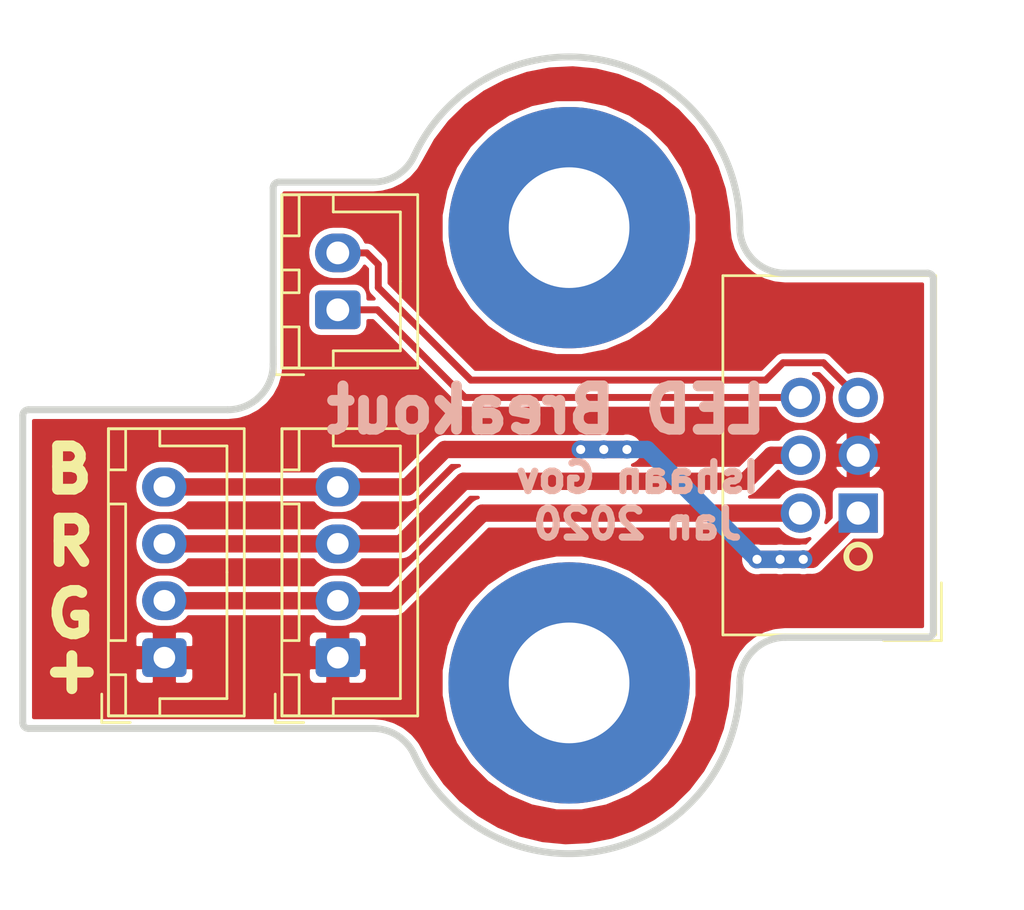
<source format=kicad_pcb>
(kicad_pcb (version 20171130) (host pcbnew "(5.1.4)-1")

  (general
    (thickness 1.6)
    (drawings 27)
    (tracks 40)
    (zones 0)
    (modules 6)
    (nets 7)
  )

  (page A4)
  (layers
    (0 F.Cu signal)
    (31 B.Cu signal)
    (32 B.Adhes user)
    (33 F.Adhes user)
    (34 B.Paste user)
    (35 F.Paste user)
    (36 B.SilkS user)
    (37 F.SilkS user)
    (38 B.Mask user)
    (39 F.Mask user)
    (40 Dwgs.User user)
    (41 Cmts.User user)
    (42 Eco1.User user)
    (43 Eco2.User user)
    (44 Edge.Cuts user)
    (45 Margin user)
    (46 B.CrtYd user)
    (47 F.CrtYd user)
    (48 B.Fab user)
    (49 F.Fab user)
  )

  (setup
    (last_trace_width 0.25)
    (user_trace_width 0.254)
    (user_trace_width 0.3048)
    (user_trace_width 0.381)
    (user_trace_width 0.4572)
    (user_trace_width 0.508)
    (user_trace_width 0.635)
    (user_trace_width 0.762)
    (user_trace_width 1.016)
    (user_trace_width 1.27)
    (trace_clearance 0.2)
    (zone_clearance 0.254)
    (zone_45_only no)
    (trace_min 0.127)
    (via_size 0.8)
    (via_drill 0.4)
    (via_min_size 0.635)
    (via_min_drill 0.3)
    (uvia_size 0.3)
    (uvia_drill 0.1)
    (uvias_allowed no)
    (uvia_min_size 0.2)
    (uvia_min_drill 0.1)
    (edge_width 0.05)
    (segment_width 0.2)
    (pcb_text_width 0.3)
    (pcb_text_size 1.5 1.5)
    (mod_edge_width 0.12)
    (mod_text_size 1 1)
    (mod_text_width 0.15)
    (pad_size 1.524 1.524)
    (pad_drill 0.762)
    (pad_to_mask_clearance 0.051)
    (solder_mask_min_width 0.25)
    (aux_axis_origin 149 105)
    (grid_origin 149 105)
    (visible_elements 7FFFFFFF)
    (pcbplotparams
      (layerselection 0x010fc_ffffffff)
      (usegerberextensions false)
      (usegerberattributes false)
      (usegerberadvancedattributes false)
      (creategerberjobfile false)
      (excludeedgelayer true)
      (linewidth 0.100000)
      (plotframeref false)
      (viasonmask false)
      (mode 1)
      (useauxorigin true)
      (hpglpennumber 1)
      (hpglpenspeed 20)
      (hpglpendiameter 15.000000)
      (psnegative false)
      (psa4output false)
      (plotreference false)
      (plotvalue false)
      (plotinvisibletext false)
      (padsonsilk false)
      (subtractmaskfromsilk true)
      (outputformat 1)
      (mirror false)
      (drillshape 0)
      (scaleselection 1)
      (outputdirectory "Strip Y-Stop Breakout - 3-27-1602/"))
  )

  (net 0 "")
  (net 1 "Net-(J1-Pad6)")
  (net 2 "Net-(J1-Pad5)")
  (net 3 /BLUE)
  (net 4 /12V)
  (net 5 /GREEN)
  (net 6 /RED)

  (net_class Default "This is the default net class."
    (clearance 0.2)
    (trace_width 0.25)
    (via_dia 0.8)
    (via_drill 0.4)
    (uvia_dia 0.3)
    (uvia_drill 0.1)
    (add_net /12V)
    (add_net /BLUE)
    (add_net /GREEN)
    (add_net /RED)
    (add_net "Net-(J1-Pad5)")
    (add_net "Net-(J1-Pad6)")
  )

  (module Connector_JST:JST_XH_B2B-XH-A_1x02_P2.50mm_Vertical (layer F.Cu) (tedit 5C28146C) (tstamp 5E2E3F8C)
    (at 138.84 98.61 90)
    (descr "JST XH series connector, B2B-XH-A (http://www.jst-mfg.com/product/pdf/eng/eXH.pdf), generated with kicad-footprint-generator")
    (tags "connector JST XH vertical")
    (path /5E2F3668)
    (fp_text reference J4 (at 1.25 -3.55 90) (layer F.SilkS) hide
      (effects (font (size 1 1) (thickness 0.15)))
    )
    (fp_text value Conn_01x02 (at 1.25 4.6 90) (layer F.Fab) hide
      (effects (font (size 1 1) (thickness 0.15)))
    )
    (fp_text user %R (at 1.25 2.7 90) (layer F.Fab) hide
      (effects (font (size 1 1) (thickness 0.15)))
    )
    (fp_line (start -2.85 -2.75) (end -2.85 -1.5) (layer F.SilkS) (width 0.12))
    (fp_line (start -1.6 -2.75) (end -2.85 -2.75) (layer F.SilkS) (width 0.12))
    (fp_line (start 4.3 2.75) (end 1.25 2.75) (layer F.SilkS) (width 0.12))
    (fp_line (start 4.3 -0.2) (end 4.3 2.75) (layer F.SilkS) (width 0.12))
    (fp_line (start 5.05 -0.2) (end 4.3 -0.2) (layer F.SilkS) (width 0.12))
    (fp_line (start -1.8 2.75) (end 1.25 2.75) (layer F.SilkS) (width 0.12))
    (fp_line (start -1.8 -0.2) (end -1.8 2.75) (layer F.SilkS) (width 0.12))
    (fp_line (start -2.55 -0.2) (end -1.8 -0.2) (layer F.SilkS) (width 0.12))
    (fp_line (start 5.05 -2.45) (end 3.25 -2.45) (layer F.SilkS) (width 0.12))
    (fp_line (start 5.05 -1.7) (end 5.05 -2.45) (layer F.SilkS) (width 0.12))
    (fp_line (start 3.25 -1.7) (end 5.05 -1.7) (layer F.SilkS) (width 0.12))
    (fp_line (start 3.25 -2.45) (end 3.25 -1.7) (layer F.SilkS) (width 0.12))
    (fp_line (start -0.75 -2.45) (end -2.55 -2.45) (layer F.SilkS) (width 0.12))
    (fp_line (start -0.75 -1.7) (end -0.75 -2.45) (layer F.SilkS) (width 0.12))
    (fp_line (start -2.55 -1.7) (end -0.75 -1.7) (layer F.SilkS) (width 0.12))
    (fp_line (start -2.55 -2.45) (end -2.55 -1.7) (layer F.SilkS) (width 0.12))
    (fp_line (start 1.75 -2.45) (end 0.75 -2.45) (layer F.SilkS) (width 0.12))
    (fp_line (start 1.75 -1.7) (end 1.75 -2.45) (layer F.SilkS) (width 0.12))
    (fp_line (start 0.75 -1.7) (end 1.75 -1.7) (layer F.SilkS) (width 0.12))
    (fp_line (start 0.75 -2.45) (end 0.75 -1.7) (layer F.SilkS) (width 0.12))
    (fp_line (start 0 -1.35) (end 0.625 -2.35) (layer F.Fab) (width 0.1))
    (fp_line (start -0.625 -2.35) (end 0 -1.35) (layer F.Fab) (width 0.1))
    (fp_line (start 5.45 -2.85) (end -2.95 -2.85) (layer F.CrtYd) (width 0.05))
    (fp_line (start 5.45 3.9) (end 5.45 -2.85) (layer F.CrtYd) (width 0.05))
    (fp_line (start -2.95 3.9) (end 5.45 3.9) (layer F.CrtYd) (width 0.05))
    (fp_line (start -2.95 -2.85) (end -2.95 3.9) (layer F.CrtYd) (width 0.05))
    (fp_line (start 5.06 -2.46) (end -2.56 -2.46) (layer F.SilkS) (width 0.12))
    (fp_line (start 5.06 3.51) (end 5.06 -2.46) (layer F.SilkS) (width 0.12))
    (fp_line (start -2.56 3.51) (end 5.06 3.51) (layer F.SilkS) (width 0.12))
    (fp_line (start -2.56 -2.46) (end -2.56 3.51) (layer F.SilkS) (width 0.12))
    (fp_line (start 4.95 -2.35) (end -2.45 -2.35) (layer F.Fab) (width 0.1))
    (fp_line (start 4.95 3.4) (end 4.95 -2.35) (layer F.Fab) (width 0.1))
    (fp_line (start -2.45 3.4) (end 4.95 3.4) (layer F.Fab) (width 0.1))
    (fp_line (start -2.45 -2.35) (end -2.45 3.4) (layer F.Fab) (width 0.1))
    (pad 2 thru_hole oval (at 2.5 0 90) (size 1.7 2) (drill 1) (layers *.Cu *.Mask)
      (net 2 "Net-(J1-Pad5)"))
    (pad 1 thru_hole roundrect (at 0 0 90) (size 1.7 2) (drill 1) (layers *.Cu *.Mask) (roundrect_rratio 0.147059)
      (net 1 "Net-(J1-Pad6)"))
    (model ${KISYS3DMOD}/Connector_JST.3dshapes/JST_XH_B2B-XH-A_1x02_P2.50mm_Vertical.wrl
      (at (xyz 0 0 0))
      (scale (xyz 1 1 1))
      (rotate (xyz 0 0 0))
    )
  )

  (module Connector_JST:JST_XH_B4B-XH-A_1x04_P2.50mm_Vertical (layer F.Cu) (tedit 5C28146C) (tstamp 5E2E5577)
    (at 138.84 113.89 90)
    (descr "JST XH series connector, B4B-XH-A (http://www.jst-mfg.com/product/pdf/eng/eXH.pdf), generated with kicad-footprint-generator")
    (tags "connector JST XH vertical")
    (path /5E2F284E)
    (fp_text reference J3 (at 3.75 -3.55 90) (layer F.SilkS) hide
      (effects (font (size 1 1) (thickness 0.15)))
    )
    (fp_text value Conn_01x04 (at 3.75 4.6 90) (layer F.Fab) hide
      (effects (font (size 1 1) (thickness 0.15)))
    )
    (fp_text user %R (at 3.75 2.7 90) (layer F.Fab) hide
      (effects (font (size 1 1) (thickness 0.15)))
    )
    (fp_line (start -2.85 -2.75) (end -2.85 -1.5) (layer F.SilkS) (width 0.12))
    (fp_line (start -1.6 -2.75) (end -2.85 -2.75) (layer F.SilkS) (width 0.12))
    (fp_line (start 9.3 2.75) (end 3.75 2.75) (layer F.SilkS) (width 0.12))
    (fp_line (start 9.3 -0.2) (end 9.3 2.75) (layer F.SilkS) (width 0.12))
    (fp_line (start 10.05 -0.2) (end 9.3 -0.2) (layer F.SilkS) (width 0.12))
    (fp_line (start -1.8 2.75) (end 3.75 2.75) (layer F.SilkS) (width 0.12))
    (fp_line (start -1.8 -0.2) (end -1.8 2.75) (layer F.SilkS) (width 0.12))
    (fp_line (start -2.55 -0.2) (end -1.8 -0.2) (layer F.SilkS) (width 0.12))
    (fp_line (start 10.05 -2.45) (end 8.25 -2.45) (layer F.SilkS) (width 0.12))
    (fp_line (start 10.05 -1.7) (end 10.05 -2.45) (layer F.SilkS) (width 0.12))
    (fp_line (start 8.25 -1.7) (end 10.05 -1.7) (layer F.SilkS) (width 0.12))
    (fp_line (start 8.25 -2.45) (end 8.25 -1.7) (layer F.SilkS) (width 0.12))
    (fp_line (start -0.75 -2.45) (end -2.55 -2.45) (layer F.SilkS) (width 0.12))
    (fp_line (start -0.75 -1.7) (end -0.75 -2.45) (layer F.SilkS) (width 0.12))
    (fp_line (start -2.55 -1.7) (end -0.75 -1.7) (layer F.SilkS) (width 0.12))
    (fp_line (start -2.55 -2.45) (end -2.55 -1.7) (layer F.SilkS) (width 0.12))
    (fp_line (start 6.75 -2.45) (end 0.75 -2.45) (layer F.SilkS) (width 0.12))
    (fp_line (start 6.75 -1.7) (end 6.75 -2.45) (layer F.SilkS) (width 0.12))
    (fp_line (start 0.75 -1.7) (end 6.75 -1.7) (layer F.SilkS) (width 0.12))
    (fp_line (start 0.75 -2.45) (end 0.75 -1.7) (layer F.SilkS) (width 0.12))
    (fp_line (start 0 -1.35) (end 0.625 -2.35) (layer F.Fab) (width 0.1))
    (fp_line (start -0.625 -2.35) (end 0 -1.35) (layer F.Fab) (width 0.1))
    (fp_line (start 10.45 -2.85) (end -2.95 -2.85) (layer F.CrtYd) (width 0.05))
    (fp_line (start 10.45 3.9) (end 10.45 -2.85) (layer F.CrtYd) (width 0.05))
    (fp_line (start -2.95 3.9) (end 10.45 3.9) (layer F.CrtYd) (width 0.05))
    (fp_line (start -2.95 -2.85) (end -2.95 3.9) (layer F.CrtYd) (width 0.05))
    (fp_line (start 10.06 -2.46) (end -2.56 -2.46) (layer F.SilkS) (width 0.12))
    (fp_line (start 10.06 3.51) (end 10.06 -2.46) (layer F.SilkS) (width 0.12))
    (fp_line (start -2.56 3.51) (end 10.06 3.51) (layer F.SilkS) (width 0.12))
    (fp_line (start -2.56 -2.46) (end -2.56 3.51) (layer F.SilkS) (width 0.12))
    (fp_line (start 9.95 -2.35) (end -2.45 -2.35) (layer F.Fab) (width 0.1))
    (fp_line (start 9.95 3.4) (end 9.95 -2.35) (layer F.Fab) (width 0.1))
    (fp_line (start -2.45 3.4) (end 9.95 3.4) (layer F.Fab) (width 0.1))
    (fp_line (start -2.45 -2.35) (end -2.45 3.4) (layer F.Fab) (width 0.1))
    (pad 4 thru_hole oval (at 7.5 0 90) (size 1.7 1.95) (drill 0.95) (layers *.Cu *.Mask)
      (net 3 /BLUE))
    (pad 3 thru_hole oval (at 5 0 90) (size 1.7 1.95) (drill 0.95) (layers *.Cu *.Mask)
      (net 6 /RED))
    (pad 2 thru_hole oval (at 2.5 0 90) (size 1.7 1.95) (drill 0.95) (layers *.Cu *.Mask)
      (net 5 /GREEN))
    (pad 1 thru_hole roundrect (at 0 0 90) (size 1.7 1.95) (drill 0.95) (layers *.Cu *.Mask) (roundrect_rratio 0.147059)
      (net 4 /12V))
    (model ${KISYS3DMOD}/Connector_JST.3dshapes/JST_XH_B4B-XH-A_1x04_P2.50mm_Vertical.wrl
      (at (xyz 0 0 0))
      (scale (xyz 1 1 1))
      (rotate (xyz 0 0 0))
    )
  )

  (module Connector_JST:JST_XH_B4B-XH-A_1x04_P2.50mm_Vertical (layer F.Cu) (tedit 5C28146C) (tstamp 5E2E3F38)
    (at 131.22 113.89 90)
    (descr "JST XH series connector, B4B-XH-A (http://www.jst-mfg.com/product/pdf/eng/eXH.pdf), generated with kicad-footprint-generator")
    (tags "connector JST XH vertical")
    (path /5E2F2FF5)
    (fp_text reference J2 (at 3.75 -3.55 90) (layer F.SilkS) hide
      (effects (font (size 1 1) (thickness 0.15)))
    )
    (fp_text value Conn_01x04 (at 3.75 4.6 90) (layer F.Fab) hide
      (effects (font (size 1 1) (thickness 0.15)))
    )
    (fp_text user %R (at 3.75 2.7 90) (layer F.Fab) hide
      (effects (font (size 1 1) (thickness 0.15)))
    )
    (fp_line (start -2.85 -2.75) (end -2.85 -1.5) (layer F.SilkS) (width 0.12))
    (fp_line (start -1.6 -2.75) (end -2.85 -2.75) (layer F.SilkS) (width 0.12))
    (fp_line (start 9.3 2.75) (end 3.75 2.75) (layer F.SilkS) (width 0.12))
    (fp_line (start 9.3 -0.2) (end 9.3 2.75) (layer F.SilkS) (width 0.12))
    (fp_line (start 10.05 -0.2) (end 9.3 -0.2) (layer F.SilkS) (width 0.12))
    (fp_line (start -1.8 2.75) (end 3.75 2.75) (layer F.SilkS) (width 0.12))
    (fp_line (start -1.8 -0.2) (end -1.8 2.75) (layer F.SilkS) (width 0.12))
    (fp_line (start -2.55 -0.2) (end -1.8 -0.2) (layer F.SilkS) (width 0.12))
    (fp_line (start 10.05 -2.45) (end 8.25 -2.45) (layer F.SilkS) (width 0.12))
    (fp_line (start 10.05 -1.7) (end 10.05 -2.45) (layer F.SilkS) (width 0.12))
    (fp_line (start 8.25 -1.7) (end 10.05 -1.7) (layer F.SilkS) (width 0.12))
    (fp_line (start 8.25 -2.45) (end 8.25 -1.7) (layer F.SilkS) (width 0.12))
    (fp_line (start -0.75 -2.45) (end -2.55 -2.45) (layer F.SilkS) (width 0.12))
    (fp_line (start -0.75 -1.7) (end -0.75 -2.45) (layer F.SilkS) (width 0.12))
    (fp_line (start -2.55 -1.7) (end -0.75 -1.7) (layer F.SilkS) (width 0.12))
    (fp_line (start -2.55 -2.45) (end -2.55 -1.7) (layer F.SilkS) (width 0.12))
    (fp_line (start 6.75 -2.45) (end 0.75 -2.45) (layer F.SilkS) (width 0.12))
    (fp_line (start 6.75 -1.7) (end 6.75 -2.45) (layer F.SilkS) (width 0.12))
    (fp_line (start 0.75 -1.7) (end 6.75 -1.7) (layer F.SilkS) (width 0.12))
    (fp_line (start 0.75 -2.45) (end 0.75 -1.7) (layer F.SilkS) (width 0.12))
    (fp_line (start 0 -1.35) (end 0.625 -2.35) (layer F.Fab) (width 0.1))
    (fp_line (start -0.625 -2.35) (end 0 -1.35) (layer F.Fab) (width 0.1))
    (fp_line (start 10.45 -2.85) (end -2.95 -2.85) (layer F.CrtYd) (width 0.05))
    (fp_line (start 10.45 3.9) (end 10.45 -2.85) (layer F.CrtYd) (width 0.05))
    (fp_line (start -2.95 3.9) (end 10.45 3.9) (layer F.CrtYd) (width 0.05))
    (fp_line (start -2.95 -2.85) (end -2.95 3.9) (layer F.CrtYd) (width 0.05))
    (fp_line (start 10.06 -2.46) (end -2.56 -2.46) (layer F.SilkS) (width 0.12))
    (fp_line (start 10.06 3.51) (end 10.06 -2.46) (layer F.SilkS) (width 0.12))
    (fp_line (start -2.56 3.51) (end 10.06 3.51) (layer F.SilkS) (width 0.12))
    (fp_line (start -2.56 -2.46) (end -2.56 3.51) (layer F.SilkS) (width 0.12))
    (fp_line (start 9.95 -2.35) (end -2.45 -2.35) (layer F.Fab) (width 0.1))
    (fp_line (start 9.95 3.4) (end 9.95 -2.35) (layer F.Fab) (width 0.1))
    (fp_line (start -2.45 3.4) (end 9.95 3.4) (layer F.Fab) (width 0.1))
    (fp_line (start -2.45 -2.35) (end -2.45 3.4) (layer F.Fab) (width 0.1))
    (pad 4 thru_hole oval (at 7.5 0 90) (size 1.7 1.95) (drill 0.95) (layers *.Cu *.Mask)
      (net 3 /BLUE))
    (pad 3 thru_hole oval (at 5 0 90) (size 1.7 1.95) (drill 0.95) (layers *.Cu *.Mask)
      (net 6 /RED))
    (pad 2 thru_hole oval (at 2.5 0 90) (size 1.7 1.95) (drill 0.95) (layers *.Cu *.Mask)
      (net 5 /GREEN))
    (pad 1 thru_hole roundrect (at 0 0 90) (size 1.7 1.95) (drill 0.95) (layers *.Cu *.Mask) (roundrect_rratio 0.147059)
      (net 4 /12V))
    (model ${KISYS3DMOD}/Connector_JST.3dshapes/JST_XH_B4B-XH-A_1x04_P2.50mm_Vertical.wrl
      (at (xyz 0 0 0))
      (scale (xyz 1 1 1))
      (rotate (xyz 0 0 0))
    )
  )

  (module Connector_IDC:IDC-Header_2x03_P2.54mm_Vertical (layer F.Cu) (tedit 59DE0819) (tstamp 5E2E4249)
    (at 161.7 107.54 180)
    (descr "Through hole straight IDC box header, 2x03, 2.54mm pitch, double rows")
    (tags "Through hole IDC box header THT 2x03 2.54mm double row")
    (path /5E2F2738)
    (fp_text reference J1 (at 1.27 -6.604) (layer F.SilkS) hide
      (effects (font (size 1 1) (thickness 0.15)))
    )
    (fp_text value Conn_02x03_Odd_Even (at 1.27 11.684) (layer F.Fab) hide
      (effects (font (size 1 1) (thickness 0.15)))
    )
    (fp_line (start -3.655 -5.6) (end -1.115 -5.6) (layer F.SilkS) (width 0.12))
    (fp_line (start -3.655 -5.6) (end -3.655 -3.06) (layer F.SilkS) (width 0.12))
    (fp_line (start -3.405 -5.35) (end 5.945 -5.35) (layer F.SilkS) (width 0.12))
    (fp_line (start -3.405 10.43) (end -3.405 -5.35) (layer F.SilkS) (width 0.12))
    (fp_line (start 5.945 10.43) (end -3.405 10.43) (layer F.SilkS) (width 0.12))
    (fp_line (start 5.945 -5.35) (end 5.945 10.43) (layer F.SilkS) (width 0.12))
    (fp_line (start -3.41 -5.35) (end 5.95 -5.35) (layer F.CrtYd) (width 0.05))
    (fp_line (start -3.41 10.43) (end -3.41 -5.35) (layer F.CrtYd) (width 0.05))
    (fp_line (start 5.95 10.43) (end -3.41 10.43) (layer F.CrtYd) (width 0.05))
    (fp_line (start 5.95 -5.35) (end 5.95 10.43) (layer F.CrtYd) (width 0.05))
    (fp_line (start -3.155 10.18) (end -2.605 9.62) (layer F.Fab) (width 0.1))
    (fp_line (start -3.155 -5.1) (end -2.605 -4.56) (layer F.Fab) (width 0.1))
    (fp_line (start 5.695 10.18) (end 5.145 9.62) (layer F.Fab) (width 0.1))
    (fp_line (start 5.695 -5.1) (end 5.145 -4.56) (layer F.Fab) (width 0.1))
    (fp_line (start 5.145 9.62) (end -2.605 9.62) (layer F.Fab) (width 0.1))
    (fp_line (start 5.695 10.18) (end -3.155 10.18) (layer F.Fab) (width 0.1))
    (fp_line (start 5.145 -4.56) (end -2.605 -4.56) (layer F.Fab) (width 0.1))
    (fp_line (start 5.695 -5.1) (end -3.155 -5.1) (layer F.Fab) (width 0.1))
    (fp_line (start -2.605 4.79) (end -3.155 4.79) (layer F.Fab) (width 0.1))
    (fp_line (start -2.605 0.29) (end -3.155 0.29) (layer F.Fab) (width 0.1))
    (fp_line (start -2.605 4.79) (end -2.605 9.62) (layer F.Fab) (width 0.1))
    (fp_line (start -2.605 -4.56) (end -2.605 0.29) (layer F.Fab) (width 0.1))
    (fp_line (start -3.155 -5.1) (end -3.155 10.18) (layer F.Fab) (width 0.1))
    (fp_line (start 5.145 -4.56) (end 5.145 9.62) (layer F.Fab) (width 0.1))
    (fp_line (start 5.695 -5.1) (end 5.695 10.18) (layer F.Fab) (width 0.1))
    (fp_text user %R (at 1.27 2.54) (layer F.Fab) hide
      (effects (font (size 1 1) (thickness 0.15)))
    )
    (pad 6 thru_hole oval (at 2.54 5.08 180) (size 1.7272 1.7272) (drill 1.016) (layers *.Cu *.Mask)
      (net 1 "Net-(J1-Pad6)"))
    (pad 5 thru_hole oval (at 0 5.08 180) (size 1.7272 1.7272) (drill 1.016) (layers *.Cu *.Mask)
      (net 2 "Net-(J1-Pad5)"))
    (pad 4 thru_hole oval (at 2.54 2.54 180) (size 1.7272 1.7272) (drill 1.016) (layers *.Cu *.Mask)
      (net 6 /RED))
    (pad 3 thru_hole oval (at 0 2.54 180) (size 1.7272 1.7272) (drill 1.016) (layers *.Cu *.Mask)
      (net 4 /12V))
    (pad 2 thru_hole oval (at 2.54 0 180) (size 1.7272 1.7272) (drill 1.016) (layers *.Cu *.Mask)
      (net 5 /GREEN))
    (pad 1 thru_hole rect (at 0 0 180) (size 1.7272 1.7272) (drill 1.016) (layers *.Cu *.Mask)
      (net 3 /BLUE))
    (model ${KISYS3DMOD}/Connector_IDC.3dshapes/IDC-Header_2x03_P2.54mm_Vertical.wrl
      (at (xyz 0 0 0))
      (scale (xyz 1 1 1))
      (rotate (xyz 0 0 0))
    )
  )

  (module MountingHole:MountingHole_5.3mm_M5_Pad (layer F.Cu) (tedit 56D1B4CB) (tstamp 5E2E3EE9)
    (at 149 115)
    (descr "Mounting Hole 5.3mm, M5")
    (tags "mounting hole 5.3mm m5")
    (path /5E2F4358)
    (attr virtual)
    (fp_text reference H2 (at 0 -6.3) (layer F.SilkS) hide
      (effects (font (size 1 1) (thickness 0.15)))
    )
    (fp_text value MountingHole (at 0 6.3) (layer F.Fab) hide
      (effects (font (size 1 1) (thickness 0.15)))
    )
    (fp_circle (center 0 0) (end 5.55 0) (layer F.CrtYd) (width 0.05))
    (fp_circle (center 0 0) (end 5.3 0) (layer Cmts.User) (width 0.15))
    (fp_text user %R (at 0.3 0) (layer F.Fab) hide
      (effects (font (size 1 1) (thickness 0.15)))
    )
    (pad 1 thru_hole circle (at 0 0) (size 10.6 10.6) (drill 5.3) (layers *.Cu *.Mask))
  )

  (module MountingHole:MountingHole_5.3mm_M5_Pad (layer F.Cu) (tedit 56D1B4CB) (tstamp 5E2E3EE1)
    (at 149 95 180)
    (descr "Mounting Hole 5.3mm, M5")
    (tags "mounting hole 5.3mm m5")
    (path /5E2F3DC9)
    (attr virtual)
    (fp_text reference H1 (at 0 -6.3) (layer F.SilkS) hide
      (effects (font (size 1 1) (thickness 0.15)))
    )
    (fp_text value MountingHole (at 0 6.3) (layer F.Fab) hide
      (effects (font (size 1 1) (thickness 0.15)))
    )
    (fp_circle (center 0 0) (end 5.55 0) (layer F.CrtYd) (width 0.05))
    (fp_circle (center 0 0) (end 5.3 0) (layer Cmts.User) (width 0.15))
    (fp_text user %R (at 0.3 0) (layer F.Fab) hide
      (effects (font (size 1 1) (thickness 0.15)))
    )
    (pad 1 thru_hole circle (at 0 0 180) (size 10.6 10.6) (drill 5.3) (layers *.Cu *.Mask))
  )

  (gr_text "Ishaan Gov\nJan 2020" (at 152 107) (layer B.SilkS)
    (effects (font (size 1.27 1.27) (thickness 0.3175)) (justify mirror))
  )
  (gr_text "LED Breakout" (at 148 103) (layer B.SilkS)
    (effects (font (size 1.905 1.905) (thickness 0.47625)) (justify mirror))
  )
  (gr_circle (center 161.7 109.445) (end 162.208 109.572) (layer F.SilkS) (width 0.254))
  (gr_text + (at 127.156 114.398) (layer F.SilkS)
    (effects (font (size 1.905 1.905) (thickness 0.47625)))
  )
  (gr_text R (at 127.0925 108.81) (layer F.SilkS)
    (effects (font (size 1.905 1.905) (thickness 0.47625)))
  )
  (gr_text G (at 127.0925 111.985) (layer F.SilkS)
    (effects (font (size 1.905 1.905) (thickness 0.47625)))
  )
  (gr_text B (at 127.029 105.635) (layer F.SilkS)
    (effects (font (size 1.905 1.905) (thickness 0.47625)))
  )
  (gr_arc (start 140.383157 119) (end 142.197229 118.157894) (angle -65.09893763) (layer Edge.Cuts) (width 0.304799))
  (gr_arc (start 149 115) (end 142.197229 118.157894) (angle -155.0989376) (layer Edge.Cuts) (width 0.304799))
  (gr_arc (start 125.25 116.75) (end 125 116.75) (angle -90) (layer Edge.Cuts) (width 0.304799))
  (gr_line (start 140.383157 117) (end 125.25 117) (layer Edge.Cuts) (width 0.304799))
  (gr_line (start 125.25 103.000001) (end 134 103.000001) (layer Edge.Cuts) (width 0.304799))
  (gr_arc (start 125.25 103.250001) (end 125.25 103.000001) (angle -90) (layer Edge.Cuts) (width 0.304799))
  (gr_line (start 125 116.75) (end 125 103.250001) (layer Edge.Cuts) (width 0.304799))
  (gr_line (start 136 101.000001) (end 136 93.25) (layer Edge.Cuts) (width 0.304799))
  (gr_arc (start 134 101.000001) (end 134 103.000001) (angle -90) (layer Edge.Cuts) (width 0.304799))
  (gr_arc (start 164.749999 112.75) (end 164.75 112.999999) (angle -90) (layer Edge.Cuts) (width 0.304799))
  (gr_arc (start 164.749999 97.25) (end 164.999999 97.25) (angle -90) (layer Edge.Cuts) (width 0.304799))
  (gr_line (start 158.5 97) (end 164.75 97) (layer Edge.Cuts) (width 0.304799))
  (gr_arc (start 158.5 95) (end 156.5 95) (angle -90) (layer Edge.Cuts) (width 0.304799))
  (gr_arc (start 149 95) (end 156.5 95) (angle -155.1) (layer Edge.Cuts) (width 0.304799))
  (gr_line (start 136.25 93) (end 140.383157 93) (layer Edge.Cuts) (width 0.304799))
  (gr_arc (start 136.25 93.25) (end 136.25 93) (angle -90) (layer Edge.Cuts) (width 0.304799))
  (gr_line (start 164.999999 97.25) (end 164.999999 112.749999) (layer Edge.Cuts) (width 0.304799))
  (gr_arc (start 140.383157 91.000001) (end 140.383157 93) (angle -65.09893763) (layer Edge.Cuts) (width 0.304799))
  (gr_arc (start 158.5 115) (end 158.5 112.999999) (angle -90) (layer Edge.Cuts) (width 0.304799))
  (gr_line (start 164.75 112.999999) (end 158.5 112.999999) (layer Edge.Cuts) (width 0.304799))

  (segment (start 140.578 98.61) (end 138.84 98.61) (width 0.3048) (layer F.Cu) (net 1))
  (segment (start 159.16 102.46) (end 144.428 102.46) (width 0.3048) (layer F.Cu) (net 1))
  (segment (start 144.428 102.46) (end 140.578 98.61) (width 0.3048) (layer F.Cu) (net 1))
  (segment (start 161.7 102.46) (end 160.176 100.936) (width 0.3048) (layer F.Cu) (net 2))
  (segment (start 160.176 100.936) (end 158.398 100.936) (width 0.3048) (layer F.Cu) (net 2))
  (segment (start 158.398 100.936) (end 157.636 101.698) (width 0.3048) (layer F.Cu) (net 2))
  (segment (start 157.636 101.698) (end 144.682 101.698) (width 0.3048) (layer F.Cu) (net 2))
  (segment (start 144.682 101.698) (end 140.618 97.634) (width 0.3048) (layer F.Cu) (net 2))
  (segment (start 140.618 97.634) (end 140.618 96.618) (width 0.3048) (layer F.Cu) (net 2))
  (segment (start 140.618 96.618) (end 140.11 96.11) (width 0.3048) (layer F.Cu) (net 2))
  (segment (start 140.11 96.11) (end 138.84 96.11) (width 0.3048) (layer F.Cu) (net 2))
  (segment (start 131.22 106.39) (end 138.84 106.39) (width 0.762) (layer F.Cu) (net 3))
  (segment (start 159.668 109.572) (end 161.7 107.54) (width 0.762) (layer F.Cu) (net 3))
  (via (at 157.255 109.572) (size 0.8) (drill 0.4) (layers F.Cu B.Cu) (net 3))
  (segment (start 157.255 109.572) (end 158.271 109.572) (width 0.762) (layer F.Cu) (net 3))
  (segment (start 158.271 109.572) (end 159.287 109.572) (width 0.762) (layer F.Cu) (net 3) (tstamp 5E994205))
  (via (at 158.271 109.572) (size 0.8) (drill 0.4) (layers F.Cu B.Cu) (net 3))
  (segment (start 159.287 109.572) (end 159.668 109.572) (width 0.762) (layer F.Cu) (net 3) (tstamp 5E994207))
  (via (at 159.287 109.572) (size 0.8) (drill 0.4) (layers F.Cu B.Cu) (net 3))
  (segment (start 159.287 109.572) (end 157.255 109.572) (width 0.762) (layer B.Cu) (net 3))
  (segment (start 157.255 109.572) (end 152.429 104.746) (width 0.762) (layer B.Cu) (net 3))
  (segment (start 152.429 104.746) (end 151.286 104.746) (width 0.762) (layer B.Cu) (net 3))
  (via (at 149.508 104.746) (size 0.8) (drill 0.4) (layers F.Cu B.Cu) (net 3))
  (segment (start 150.397 104.746) (end 149.508 104.746) (width 0.762) (layer B.Cu) (net 3) (tstamp 5E99420F))
  (via (at 150.524 104.746) (size 0.8) (drill 0.4) (layers F.Cu B.Cu) (net 3))
  (segment (start 151.286 104.746) (end 150.397 104.746) (width 0.762) (layer B.Cu) (net 3) (tstamp 5E994211))
  (via (at 151.54 104.746) (size 0.8) (drill 0.4) (layers F.Cu B.Cu) (net 3))
  (segment (start 141.895 106.39) (end 138.84 106.39) (width 0.762) (layer F.Cu) (net 3))
  (segment (start 151.54 104.746) (end 143.539 104.746) (width 0.762) (layer F.Cu) (net 3))
  (segment (start 143.539 104.746) (end 141.895 106.39) (width 0.762) (layer F.Cu) (net 3))
  (segment (start 138.84 111.39) (end 131.22 111.39) (width 0.762) (layer F.Cu) (net 5))
  (segment (start 159.16 107.54) (end 145.19 107.54) (width 0.762) (layer F.Cu) (net 5))
  (segment (start 141.34 111.39) (end 138.84 111.39) (width 0.762) (layer F.Cu) (net 5))
  (segment (start 145.19 107.54) (end 141.34 111.39) (width 0.762) (layer F.Cu) (net 5))
  (segment (start 138.84 108.89) (end 131.22 108.89) (width 0.762) (layer F.Cu) (net 6))
  (segment (start 141.6175 108.89) (end 138.84 108.89) (width 0.762) (layer F.Cu) (net 6))
  (segment (start 144.3645 106.143) (end 141.6175 108.89) (width 0.762) (layer F.Cu) (net 6))
  (segment (start 156.747 106.143) (end 144.3645 106.143) (width 0.762) (layer F.Cu) (net 6))
  (segment (start 159.16 105) (end 157.89 105) (width 0.762) (layer F.Cu) (net 6))
  (segment (start 157.89 105) (end 156.747 106.143) (width 0.762) (layer F.Cu) (net 6))

  (zone (net 4) (net_name /12V) (layer F.Cu) (tstamp 5E7E5D6B) (hatch edge 0.508)
    (connect_pads (clearance 0.254))
    (min_thickness 0.1524)
    (fill yes (arc_segments 32) (thermal_gap 0.254) (thermal_bridge_width 1.016))
    (polygon
      (pts
        (xy 124 85) (xy 169 85) (xy 169 125) (xy 124 125)
      )
    )
    (filled_polygon
      (pts
        (xy 150.170067 88.082121) (xy 151.156458 88.323489) (xy 152.097664 88.704716) (xy 152.97398 89.217821) (xy 153.76705 89.852054)
        (xy 154.460257 90.594128) (xy 155.03908 91.428499) (xy 155.491393 92.337683) (xy 155.807724 93.302646) (xy 155.982383 94.308579)
        (xy 156.017443 95.01285) (xy 156.017453 95.015656) (xy 156.017708 95.018162) (xy 156.017998 95.023995) (xy 156.019581 95.036891)
        (xy 156.019436 95.057703) (xy 156.020094 95.064409) (xy 156.060895 95.452601) (xy 156.069683 95.495413) (xy 156.077886 95.538414)
        (xy 156.079834 95.544864) (xy 156.195258 95.917739) (xy 156.212206 95.958057) (xy 156.228593 95.998617) (xy 156.231756 96.004566)
        (xy 156.417407 96.347922) (xy 156.441874 96.384195) (xy 156.465818 96.420785) (xy 156.470077 96.426007) (xy 156.718883 96.726762)
        (xy 156.749935 96.757597) (xy 156.780523 96.788833) (xy 156.785715 96.793128) (xy 157.0882 97.039829) (xy 157.12461 97.06402)
        (xy 157.160723 97.088747) (xy 157.16665 97.091951) (xy 157.511291 97.275201) (xy 157.551729 97.291869) (xy 157.591936 97.309101)
        (xy 157.598373 97.311094) (xy 157.972044 97.423911) (xy 158.014956 97.432408) (xy 158.057736 97.441501) (xy 158.064437 97.442206)
        (xy 158.452906 97.480296) (xy 158.45291 97.480296) (xy 158.476293 97.482599) (xy 164.5174 97.482599) (xy 164.517401 112.5174)
        (xy 158.476293 112.5174) (xy 158.454748 112.519522) (xy 158.442297 112.519435) (xy 158.435591 112.520093) (xy 158.047398 112.560894)
        (xy 158.00458 112.569683) (xy 157.961586 112.577885) (xy 157.955136 112.579833) (xy 157.58226 112.695256) (xy 157.541921 112.712213)
        (xy 157.501382 112.728592) (xy 157.495437 112.731753) (xy 157.495433 112.731755) (xy 157.495432 112.731756) (xy 157.152078 112.917407)
        (xy 157.115843 112.941848) (xy 157.079215 112.965816) (xy 157.073994 112.970075) (xy 156.773238 113.218882) (xy 156.742402 113.249934)
        (xy 156.711166 113.280523) (xy 156.706871 113.285714) (xy 156.46017 113.588199) (xy 156.435957 113.624643) (xy 156.411252 113.660723)
        (xy 156.408047 113.66665) (xy 156.224797 114.011292) (xy 156.208123 114.051747) (xy 156.190898 114.091936) (xy 156.188905 114.098373)
        (xy 156.076087 114.472045) (xy 156.067586 114.51498) (xy 156.058498 114.557736) (xy 156.057793 114.564437) (xy 156.019703 114.952906)
        (xy 156.019703 114.956622) (xy 156.018665 114.965075) (xy 155.942642 116.012821) (xy 155.723718 117.004424) (xy 155.363941 117.954041)
        (xy 154.87085 118.841774) (xy 154.254776 119.649024) (xy 153.528615 120.358893) (xy 152.707593 120.956497) (xy 151.808901 121.429322)
        (xy 150.851372 121.767461) (xy 149.855048 121.963834) (xy 148.840821 122.014326) (xy 147.829934 121.917878) (xy 146.843543 121.67651)
        (xy 145.902337 121.295283) (xy 145.026021 120.782179) (xy 144.232951 120.147945) (xy 143.539744 119.405871) (xy 142.957785 118.56698)
        (xy 142.624321 117.933185) (xy 142.621985 117.929432) (xy 142.620739 117.926504) (xy 142.617467 117.920614) (xy 142.46147 117.644333)
        (xy 142.438875 117.612125) (xy 142.417339 117.579214) (xy 142.41308 117.573992) (xy 142.164273 117.273237) (xy 142.13324 117.24242)
        (xy 142.102633 117.211165) (xy 142.097441 117.20687) (xy 141.794955 116.960169) (xy 141.758518 116.935961) (xy 141.722432 116.911252)
        (xy 141.716505 116.908047) (xy 141.371863 116.724798) (xy 141.331442 116.708138) (xy 141.291221 116.690899) (xy 141.284785 116.688907)
        (xy 140.911112 116.576088) (xy 140.868215 116.567594) (xy 140.825419 116.558497) (xy 140.818722 116.557793) (xy 140.818718 116.557793)
        (xy 140.430249 116.519704) (xy 140.430247 116.519704) (xy 140.406864 116.517401) (xy 125.482599 116.517401) (xy 125.482599 114.74)
        (xy 129.913202 114.74) (xy 129.919577 114.804731) (xy 129.938459 114.866974) (xy 129.96912 114.924337) (xy 130.010383 114.974617)
        (xy 130.060663 115.01588) (xy 130.118026 115.046541) (xy 130.180269 115.065423) (xy 130.245 115.071798) (xy 130.70565 115.0702)
        (xy 130.7882 114.98765) (xy 130.7882 114.3218) (xy 131.6518 114.3218) (xy 131.6518 114.98765) (xy 131.73435 115.0702)
        (xy 132.195 115.071798) (xy 132.259731 115.065423) (xy 132.321974 115.046541) (xy 132.379337 115.01588) (xy 132.429617 114.974617)
        (xy 132.47088 114.924337) (xy 132.501541 114.866974) (xy 132.520423 114.804731) (xy 132.526798 114.74) (xy 137.533202 114.74)
        (xy 137.539577 114.804731) (xy 137.558459 114.866974) (xy 137.58912 114.924337) (xy 137.630383 114.974617) (xy 137.680663 115.01588)
        (xy 137.738026 115.046541) (xy 137.800269 115.065423) (xy 137.865 115.071798) (xy 138.32565 115.0702) (xy 138.4082 114.98765)
        (xy 138.4082 114.3218) (xy 139.2718 114.3218) (xy 139.2718 114.98765) (xy 139.35435 115.0702) (xy 139.815 115.071798)
        (xy 139.879731 115.065423) (xy 139.941974 115.046541) (xy 139.999337 115.01588) (xy 140.049617 114.974617) (xy 140.09088 114.924337)
        (xy 140.121541 114.866974) (xy 140.140423 114.804731) (xy 140.146798 114.74) (xy 140.145396 114.445474) (xy 143.3698 114.445474)
        (xy 143.3698 115.554526) (xy 143.586166 116.642269) (xy 144.010582 117.6669) (xy 144.626738 118.589043) (xy 145.410957 119.373262)
        (xy 146.3331 119.989418) (xy 147.357731 120.413834) (xy 148.445474 120.6302) (xy 149.554526 120.6302) (xy 150.642269 120.413834)
        (xy 151.6669 119.989418) (xy 152.589043 119.373262) (xy 153.373262 118.589043) (xy 153.989418 117.6669) (xy 154.413834 116.642269)
        (xy 154.6302 115.554526) (xy 154.6302 114.445474) (xy 154.413834 113.357731) (xy 153.989418 112.3331) (xy 153.373262 111.410957)
        (xy 152.589043 110.626738) (xy 151.6669 110.010582) (xy 150.642269 109.586166) (xy 149.554526 109.3698) (xy 148.445474 109.3698)
        (xy 147.357731 109.586166) (xy 146.3331 110.010582) (xy 145.410957 110.626738) (xy 144.626738 111.410957) (xy 144.010582 112.3331)
        (xy 143.586166 113.357731) (xy 143.3698 114.445474) (xy 140.145396 114.445474) (xy 140.1452 114.40435) (xy 140.06265 114.3218)
        (xy 139.2718 114.3218) (xy 138.4082 114.3218) (xy 137.61735 114.3218) (xy 137.5348 114.40435) (xy 137.533202 114.74)
        (xy 132.526798 114.74) (xy 132.5252 114.40435) (xy 132.44265 114.3218) (xy 131.6518 114.3218) (xy 130.7882 114.3218)
        (xy 129.99735 114.3218) (xy 129.9148 114.40435) (xy 129.913202 114.74) (xy 125.482599 114.74) (xy 125.482599 113.04)
        (xy 129.913202 113.04) (xy 129.9148 113.37565) (xy 129.99735 113.4582) (xy 130.7882 113.4582) (xy 130.7882 112.79235)
        (xy 131.6518 112.79235) (xy 131.6518 113.4582) (xy 132.44265 113.4582) (xy 132.5252 113.37565) (xy 132.526798 113.04)
        (xy 137.533202 113.04) (xy 137.5348 113.37565) (xy 137.61735 113.4582) (xy 138.4082 113.4582) (xy 138.4082 112.79235)
        (xy 139.2718 112.79235) (xy 139.2718 113.4582) (xy 140.06265 113.4582) (xy 140.1452 113.37565) (xy 140.146798 113.04)
        (xy 140.140423 112.975269) (xy 140.121541 112.913026) (xy 140.09088 112.855663) (xy 140.049617 112.805383) (xy 139.999337 112.76412)
        (xy 139.941974 112.733459) (xy 139.879731 112.714577) (xy 139.815 112.708202) (xy 139.35435 112.7098) (xy 139.2718 112.79235)
        (xy 138.4082 112.79235) (xy 138.32565 112.7098) (xy 137.865 112.708202) (xy 137.800269 112.714577) (xy 137.738026 112.733459)
        (xy 137.680663 112.76412) (xy 137.630383 112.805383) (xy 137.58912 112.855663) (xy 137.558459 112.913026) (xy 137.539577 112.975269)
        (xy 137.533202 113.04) (xy 132.526798 113.04) (xy 132.520423 112.975269) (xy 132.501541 112.913026) (xy 132.47088 112.855663)
        (xy 132.429617 112.805383) (xy 132.379337 112.76412) (xy 132.321974 112.733459) (xy 132.259731 112.714577) (xy 132.195 112.708202)
        (xy 131.73435 112.7098) (xy 131.6518 112.79235) (xy 130.7882 112.79235) (xy 130.70565 112.7098) (xy 130.245 112.708202)
        (xy 130.180269 112.714577) (xy 130.118026 112.733459) (xy 130.060663 112.76412) (xy 130.010383 112.805383) (xy 129.96912 112.855663)
        (xy 129.938459 112.913026) (xy 129.919577 112.975269) (xy 129.913202 113.04) (xy 125.482599 113.04) (xy 125.482599 106.39)
        (xy 129.90909 106.39) (xy 129.931877 106.62136) (xy 129.999362 106.843828) (xy 130.108952 107.048856) (xy 130.256435 107.228565)
        (xy 130.436144 107.376048) (xy 130.641172 107.485638) (xy 130.86364 107.553123) (xy 131.037025 107.5702) (xy 131.402975 107.5702)
        (xy 131.57636 107.553123) (xy 131.798828 107.485638) (xy 132.003856 107.376048) (xy 132.183565 107.228565) (xy 132.28809 107.1012)
        (xy 137.77191 107.1012) (xy 137.876435 107.228565) (xy 138.056144 107.376048) (xy 138.261172 107.485638) (xy 138.48364 107.553123)
        (xy 138.657025 107.5702) (xy 139.022975 107.5702) (xy 139.19636 107.553123) (xy 139.418828 107.485638) (xy 139.623856 107.376048)
        (xy 139.803565 107.228565) (xy 139.90809 107.1012) (xy 141.860074 107.1012) (xy 141.895 107.10464) (xy 141.929926 107.1012)
        (xy 141.929936 107.1012) (xy 142.03442 107.090909) (xy 142.168481 107.050242) (xy 142.292033 106.984202) (xy 142.400327 106.895327)
        (xy 142.422602 106.868185) (xy 143.833588 105.4572) (xy 144.175272 105.4572) (xy 144.091018 105.482758) (xy 143.967467 105.548798)
        (xy 143.886309 105.615402) (xy 143.886304 105.615407) (xy 143.859173 105.637673) (xy 143.836907 105.664804) (xy 141.322913 108.1788)
        (xy 139.90809 108.1788) (xy 139.803565 108.051435) (xy 139.623856 107.903952) (xy 139.418828 107.794362) (xy 139.19636 107.726877)
        (xy 139.022975 107.7098) (xy 138.657025 107.7098) (xy 138.48364 107.726877) (xy 138.261172 107.794362) (xy 138.056144 107.903952)
        (xy 137.876435 108.051435) (xy 137.77191 108.1788) (xy 132.28809 108.1788) (xy 132.183565 108.051435) (xy 132.003856 107.903952)
        (xy 131.798828 107.794362) (xy 131.57636 107.726877) (xy 131.402975 107.7098) (xy 131.037025 107.7098) (xy 130.86364 107.726877)
        (xy 130.641172 107.794362) (xy 130.436144 107.903952) (xy 130.256435 108.051435) (xy 130.108952 108.231144) (xy 129.999362 108.436172)
        (xy 129.931877 108.65864) (xy 129.90909 108.89) (xy 129.931877 109.12136) (xy 129.999362 109.343828) (xy 130.108952 109.548856)
        (xy 130.256435 109.728565) (xy 130.436144 109.876048) (xy 130.641172 109.985638) (xy 130.86364 110.053123) (xy 131.037025 110.0702)
        (xy 131.402975 110.0702) (xy 131.57636 110.053123) (xy 131.798828 109.985638) (xy 132.003856 109.876048) (xy 132.183565 109.728565)
        (xy 132.28809 109.6012) (xy 137.77191 109.6012) (xy 137.876435 109.728565) (xy 138.056144 109.876048) (xy 138.261172 109.985638)
        (xy 138.48364 110.053123) (xy 138.657025 110.0702) (xy 139.022975 110.0702) (xy 139.19636 110.053123) (xy 139.418828 109.985638)
        (xy 139.623856 109.876048) (xy 139.803565 109.728565) (xy 139.90809 109.6012) (xy 141.582574 109.6012) (xy 141.6175 109.60464)
        (xy 141.652426 109.6012) (xy 141.652436 109.6012) (xy 141.75692 109.590909) (xy 141.890981 109.550242) (xy 142.014533 109.484202)
        (xy 142.122827 109.395327) (xy 142.145102 109.368185) (xy 144.659089 106.8542) (xy 145.000772 106.8542) (xy 144.916519 106.879758)
        (xy 144.792967 106.945798) (xy 144.711808 107.012403) (xy 144.711804 107.012407) (xy 144.684673 107.034673) (xy 144.662407 107.061804)
        (xy 141.045413 110.6788) (xy 139.90809 110.6788) (xy 139.803565 110.551435) (xy 139.623856 110.403952) (xy 139.418828 110.294362)
        (xy 139.19636 110.226877) (xy 139.022975 110.2098) (xy 138.657025 110.2098) (xy 138.48364 110.226877) (xy 138.261172 110.294362)
        (xy 138.056144 110.403952) (xy 137.876435 110.551435) (xy 137.77191 110.6788) (xy 132.28809 110.6788) (xy 132.183565 110.551435)
        (xy 132.003856 110.403952) (xy 131.798828 110.294362) (xy 131.57636 110.226877) (xy 131.402975 110.2098) (xy 131.037025 110.2098)
        (xy 130.86364 110.226877) (xy 130.641172 110.294362) (xy 130.436144 110.403952) (xy 130.256435 110.551435) (xy 130.108952 110.731144)
        (xy 129.999362 110.936172) (xy 129.931877 111.15864) (xy 129.90909 111.39) (xy 129.931877 111.62136) (xy 129.999362 111.843828)
        (xy 130.108952 112.048856) (xy 130.256435 112.228565) (xy 130.436144 112.376048) (xy 130.641172 112.485638) (xy 130.86364 112.553123)
        (xy 131.037025 112.5702) (xy 131.402975 112.5702) (xy 131.57636 112.553123) (xy 131.798828 112.485638) (xy 132.003856 112.376048)
        (xy 132.183565 112.228565) (xy 132.28809 112.1012) (xy 137.77191 112.1012) (xy 137.876435 112.228565) (xy 138.056144 112.376048)
        (xy 138.261172 112.485638) (xy 138.48364 112.553123) (xy 138.657025 112.5702) (xy 139.022975 112.5702) (xy 139.19636 112.553123)
        (xy 139.418828 112.485638) (xy 139.623856 112.376048) (xy 139.803565 112.228565) (xy 139.90809 112.1012) (xy 141.305074 112.1012)
        (xy 141.34 112.10464) (xy 141.374926 112.1012) (xy 141.374936 112.1012) (xy 141.47942 112.090909) (xy 141.613481 112.050242)
        (xy 141.737033 111.984202) (xy 141.845327 111.895327) (xy 141.867602 111.868185) (xy 145.484589 108.2512) (xy 158.199315 108.2512)
        (xy 158.311772 108.388228) (xy 158.493551 108.537411) (xy 158.700942 108.648264) (xy 158.925974 108.716526) (xy 159.101356 108.7338)
        (xy 159.218644 108.7338) (xy 159.394026 108.716526) (xy 159.571532 108.662681) (xy 159.386856 108.847357) (xy 159.358918 108.8418)
        (xy 159.215082 108.8418) (xy 159.119562 108.8608) (xy 158.438438 108.8608) (xy 158.342918 108.8418) (xy 158.199082 108.8418)
        (xy 158.103562 108.8608) (xy 157.422438 108.8608) (xy 157.326918 108.8418) (xy 157.183082 108.8418) (xy 157.042009 108.869861)
        (xy 156.909121 108.924905) (xy 156.789525 109.004817) (xy 156.687817 109.106525) (xy 156.607905 109.226121) (xy 156.552861 109.359009)
        (xy 156.5248 109.500082) (xy 156.5248 109.643918) (xy 156.552861 109.784991) (xy 156.607905 109.917879) (xy 156.687817 110.037475)
        (xy 156.789525 110.139183) (xy 156.909121 110.219095) (xy 157.042009 110.274139) (xy 157.183082 110.3022) (xy 157.326918 110.3022)
        (xy 157.422438 110.2832) (xy 158.103562 110.2832) (xy 158.199082 110.3022) (xy 158.342918 110.3022) (xy 158.438438 110.2832)
        (xy 159.119562 110.2832) (xy 159.215082 110.3022) (xy 159.358918 110.3022) (xy 159.454438 110.2832) (xy 159.633074 110.2832)
        (xy 159.668 110.28664) (xy 159.702926 110.2832) (xy 159.702936 110.2832) (xy 159.80742 110.272909) (xy 159.941481 110.232242)
        (xy 160.065033 110.166202) (xy 160.173327 110.077327) (xy 160.195602 110.050185) (xy 161.510391 108.735397) (xy 162.5636 108.735397)
        (xy 162.62833 108.729022) (xy 162.690573 108.71014) (xy 162.747937 108.679479) (xy 162.798216 108.638216) (xy 162.839479 108.587937)
        (xy 162.87014 108.530573) (xy 162.889022 108.46833) (xy 162.895397 108.4036) (xy 162.895397 106.6764) (xy 162.889022 106.61167)
        (xy 162.87014 106.549427) (xy 162.839479 106.492063) (xy 162.798216 106.441784) (xy 162.747937 106.400521) (xy 162.690573 106.36986)
        (xy 162.62833 106.350978) (xy 162.5636 106.344603) (xy 160.8364 106.344603) (xy 160.77167 106.350978) (xy 160.709427 106.36986)
        (xy 160.652063 106.400521) (xy 160.601784 106.441784) (xy 160.560521 106.492063) (xy 160.52986 106.549427) (xy 160.510978 106.61167)
        (xy 160.504603 106.6764) (xy 160.504603 107.729609) (xy 160.282681 107.951532) (xy 160.336526 107.774026) (xy 160.359576 107.54)
        (xy 160.336526 107.305974) (xy 160.268264 107.080942) (xy 160.157411 106.873551) (xy 160.008228 106.691772) (xy 159.826449 106.542589)
        (xy 159.619058 106.431736) (xy 159.394026 106.363474) (xy 159.218644 106.3462) (xy 159.101356 106.3462) (xy 158.925974 106.363474)
        (xy 158.700942 106.431736) (xy 158.493551 106.542589) (xy 158.311772 106.691772) (xy 158.199315 106.8288) (xy 156.936228 106.8288)
        (xy 157.020481 106.803242) (xy 157.144033 106.737202) (xy 157.252327 106.648327) (xy 157.274602 106.621185) (xy 158.184588 105.7112)
        (xy 158.199315 105.7112) (xy 158.311772 105.848228) (xy 158.493551 105.997411) (xy 158.700942 106.108264) (xy 158.925974 106.176526)
        (xy 159.101356 106.1938) (xy 159.218644 106.1938) (xy 159.394026 106.176526) (xy 159.619058 106.108264) (xy 159.826449 105.997411)
        (xy 160.008228 105.848228) (xy 160.157411 105.666449) (xy 160.192612 105.600591) (xy 160.668279 105.600591) (xy 160.750292 105.723369)
        (xy 160.909663 105.894748) (xy 161.099406 106.031743) (xy 161.2682 106.030444) (xy 161.2682 105.4318) (xy 162.1318 105.4318)
        (xy 162.1318 106.030444) (xy 162.300594 106.031743) (xy 162.490337 105.894748) (xy 162.649708 105.723369) (xy 162.731721 105.600591)
        (xy 162.723926 105.4318) (xy 162.1318 105.4318) (xy 161.2682 105.4318) (xy 160.676074 105.4318) (xy 160.668279 105.600591)
        (xy 160.192612 105.600591) (xy 160.268264 105.459058) (xy 160.336526 105.234026) (xy 160.359576 105) (xy 160.336526 104.765974)
        (xy 160.268264 104.540942) (xy 160.192613 104.399409) (xy 160.668279 104.399409) (xy 160.676074 104.5682) (xy 161.2682 104.5682)
        (xy 161.2682 103.969556) (xy 162.1318 103.969556) (xy 162.1318 104.5682) (xy 162.723926 104.5682) (xy 162.731721 104.399409)
        (xy 162.649708 104.276631) (xy 162.490337 104.105252) (xy 162.300594 103.968257) (xy 162.1318 103.969556) (xy 161.2682 103.969556)
        (xy 161.099406 103.968257) (xy 160.909663 104.105252) (xy 160.750292 104.276631) (xy 160.668279 104.399409) (xy 160.192613 104.399409)
        (xy 160.157411 104.333551) (xy 160.008228 104.151772) (xy 159.826449 104.002589) (xy 159.619058 103.891736) (xy 159.394026 103.823474)
        (xy 159.218644 103.8062) (xy 159.101356 103.8062) (xy 158.925974 103.823474) (xy 158.700942 103.891736) (xy 158.493551 104.002589)
        (xy 158.311772 104.151772) (xy 158.199315 104.2888) (xy 157.924925 104.2888) (xy 157.889999 104.28536) (xy 157.855073 104.2888)
        (xy 157.855064 104.2888) (xy 157.75058 104.299091) (xy 157.616519 104.339758) (xy 157.492967 104.405798) (xy 157.384673 104.494673)
        (xy 157.362403 104.521809) (xy 156.452413 105.4318) (xy 151.792437 105.4318) (xy 151.885879 105.393095) (xy 152.005475 105.313183)
        (xy 152.107183 105.211475) (xy 152.187095 105.091879) (xy 152.242139 104.958991) (xy 152.2702 104.817918) (xy 152.2702 104.674082)
        (xy 152.242139 104.533009) (xy 152.187095 104.400121) (xy 152.107183 104.280525) (xy 152.005475 104.178817) (xy 151.885879 104.098905)
        (xy 151.752991 104.043861) (xy 151.611918 104.0158) (xy 151.468082 104.0158) (xy 151.372562 104.0348) (xy 150.691438 104.0348)
        (xy 150.595918 104.0158) (xy 150.452082 104.0158) (xy 150.356562 104.0348) (xy 149.675438 104.0348) (xy 149.579918 104.0158)
        (xy 149.436082 104.0158) (xy 149.340562 104.0348) (xy 143.573925 104.0348) (xy 143.538999 104.03136) (xy 143.504073 104.0348)
        (xy 143.504064 104.0348) (xy 143.39958 104.045091) (xy 143.265519 104.085758) (xy 143.141967 104.151798) (xy 143.033673 104.240673)
        (xy 143.011403 104.267809) (xy 141.600413 105.6788) (xy 139.90809 105.6788) (xy 139.803565 105.551435) (xy 139.623856 105.403952)
        (xy 139.418828 105.294362) (xy 139.19636 105.226877) (xy 139.022975 105.2098) (xy 138.657025 105.2098) (xy 138.48364 105.226877)
        (xy 138.261172 105.294362) (xy 138.056144 105.403952) (xy 137.876435 105.551435) (xy 137.77191 105.6788) (xy 132.28809 105.6788)
        (xy 132.183565 105.551435) (xy 132.003856 105.403952) (xy 131.798828 105.294362) (xy 131.57636 105.226877) (xy 131.402975 105.2098)
        (xy 131.037025 105.2098) (xy 130.86364 105.226877) (xy 130.641172 105.294362) (xy 130.436144 105.403952) (xy 130.256435 105.551435)
        (xy 130.108952 105.731144) (xy 129.999362 105.936172) (xy 129.931877 106.15864) (xy 129.90909 106.39) (xy 125.482599 106.39)
        (xy 125.482599 103.4826) (xy 134.023707 103.4826) (xy 134.045252 103.480478) (xy 134.057703 103.480565) (xy 134.064409 103.479907)
        (xy 134.452601 103.439106) (xy 134.495413 103.430318) (xy 134.538414 103.422115) (xy 134.544864 103.420167) (xy 134.917739 103.304743)
        (xy 134.958057 103.287795) (xy 134.998617 103.271408) (xy 135.004566 103.268245) (xy 135.347922 103.082594) (xy 135.384195 103.058127)
        (xy 135.420785 103.034183) (xy 135.426007 103.029924) (xy 135.726762 102.781118) (xy 135.757597 102.750066) (xy 135.788833 102.719478)
        (xy 135.793128 102.714286) (xy 136.039829 102.411801) (xy 136.06402 102.375391) (xy 136.088747 102.339278) (xy 136.091951 102.333351)
        (xy 136.275201 101.98871) (xy 136.291869 101.948272) (xy 136.309101 101.908065) (xy 136.311094 101.901628) (xy 136.423911 101.527957)
        (xy 136.432408 101.485045) (xy 136.441501 101.442265) (xy 136.442206 101.435564) (xy 136.480296 101.047095) (xy 136.480296 101.047091)
        (xy 136.482599 101.023708) (xy 136.482599 96.11) (xy 137.50409 96.11) (xy 137.526877 96.34136) (xy 137.594362 96.563828)
        (xy 137.703952 96.768856) (xy 137.851435 96.948565) (xy 138.031144 97.096048) (xy 138.236172 97.205638) (xy 138.45864 97.273123)
        (xy 138.632025 97.2902) (xy 139.047975 97.2902) (xy 139.22136 97.273123) (xy 139.443828 97.205638) (xy 139.648856 97.096048)
        (xy 139.828565 96.948565) (xy 139.976048 96.768856) (xy 140.014472 96.696971) (xy 140.135401 96.8179) (xy 140.1354 97.610295)
        (xy 140.133065 97.634) (xy 140.1354 97.657705) (xy 140.1354 97.657706) (xy 140.142383 97.728605) (xy 140.169978 97.819576)
        (xy 140.214791 97.903415) (xy 140.275099 97.976901) (xy 140.293518 97.992017) (xy 140.428901 98.1274) (xy 140.171797 98.1274)
        (xy 140.171797 98.01) (xy 140.160618 97.896497) (xy 140.12751 97.787356) (xy 140.073747 97.686771) (xy 140.001393 97.598607)
        (xy 139.913229 97.526253) (xy 139.812644 97.47249) (xy 139.703503 97.439382) (xy 139.59 97.428203) (xy 138.09 97.428203)
        (xy 137.976497 97.439382) (xy 137.867356 97.47249) (xy 137.766771 97.526253) (xy 137.678607 97.598607) (xy 137.606253 97.686771)
        (xy 137.55249 97.787356) (xy 137.519382 97.896497) (xy 137.508203 98.01) (xy 137.508203 99.21) (xy 137.519382 99.323503)
        (xy 137.55249 99.432644) (xy 137.606253 99.533229) (xy 137.678607 99.621393) (xy 137.766771 99.693747) (xy 137.867356 99.74751)
        (xy 137.976497 99.780618) (xy 138.09 99.791797) (xy 139.59 99.791797) (xy 139.703503 99.780618) (xy 139.812644 99.74751)
        (xy 139.913229 99.693747) (xy 140.001393 99.621393) (xy 140.073747 99.533229) (xy 140.12751 99.432644) (xy 140.160618 99.323503)
        (xy 140.171797 99.21) (xy 140.171797 99.0926) (xy 140.378101 99.0926) (xy 144.069983 102.784482) (xy 144.085099 102.802901)
        (xy 144.158585 102.863209) (xy 144.242423 102.908022) (xy 144.333394 102.935617) (xy 144.404293 102.9426) (xy 144.404294 102.9426)
        (xy 144.427999 102.944935) (xy 144.451704 102.9426) (xy 158.064319 102.9426) (xy 158.162589 103.126449) (xy 158.311772 103.308228)
        (xy 158.493551 103.457411) (xy 158.700942 103.568264) (xy 158.925974 103.636526) (xy 159.101356 103.6538) (xy 159.218644 103.6538)
        (xy 159.394026 103.636526) (xy 159.619058 103.568264) (xy 159.826449 103.457411) (xy 160.008228 103.308228) (xy 160.157411 103.126449)
        (xy 160.268264 102.919058) (xy 160.336526 102.694026) (xy 160.359576 102.46) (xy 160.336526 102.225974) (xy 160.268264 102.000942)
        (xy 160.157411 101.793551) (xy 160.008228 101.611772) (xy 159.826449 101.462589) (xy 159.744152 101.4186) (xy 159.976101 101.4186)
        (xy 160.583987 102.026486) (xy 160.523474 102.225974) (xy 160.500424 102.46) (xy 160.523474 102.694026) (xy 160.591736 102.919058)
        (xy 160.702589 103.126449) (xy 160.851772 103.308228) (xy 161.033551 103.457411) (xy 161.240942 103.568264) (xy 161.465974 103.636526)
        (xy 161.641356 103.6538) (xy 161.758644 103.6538) (xy 161.934026 103.636526) (xy 162.159058 103.568264) (xy 162.366449 103.457411)
        (xy 162.548228 103.308228) (xy 162.697411 103.126449) (xy 162.808264 102.919058) (xy 162.876526 102.694026) (xy 162.899576 102.46)
        (xy 162.876526 102.225974) (xy 162.808264 102.000942) (xy 162.697411 101.793551) (xy 162.548228 101.611772) (xy 162.366449 101.462589)
        (xy 162.159058 101.351736) (xy 161.934026 101.283474) (xy 161.758644 101.2662) (xy 161.641356 101.2662) (xy 161.465974 101.283474)
        (xy 161.266486 101.343987) (xy 160.534017 100.611518) (xy 160.518901 100.593099) (xy 160.445415 100.532791) (xy 160.361577 100.487978)
        (xy 160.270606 100.460383) (xy 160.199707 100.4534) (xy 160.199705 100.4534) (xy 160.176 100.451065) (xy 160.152295 100.4534)
        (xy 158.421707 100.4534) (xy 158.398 100.451065) (xy 158.303393 100.460383) (xy 158.212423 100.487978) (xy 158.128585 100.532791)
        (xy 158.055099 100.593099) (xy 158.039987 100.611513) (xy 157.436101 101.2154) (xy 144.8819 101.2154) (xy 141.1006 97.434101)
        (xy 141.1006 96.641696) (xy 141.102934 96.617999) (xy 141.1006 96.594302) (xy 141.1006 96.594293) (xy 141.093617 96.523394)
        (xy 141.066022 96.432423) (xy 141.021209 96.348585) (xy 140.960901 96.275099) (xy 140.942482 96.259983) (xy 140.468017 95.785518)
        (xy 140.452901 95.767099) (xy 140.379415 95.706791) (xy 140.295577 95.661978) (xy 140.204606 95.634383) (xy 140.133707 95.6274)
        (xy 140.133705 95.6274) (xy 140.11 95.625065) (xy 140.086295 95.6274) (xy 140.070259 95.6274) (xy 139.976048 95.451144)
        (xy 139.828565 95.271435) (xy 139.648856 95.123952) (xy 139.443828 95.014362) (xy 139.22136 94.946877) (xy 139.047975 94.9298)
        (xy 138.632025 94.9298) (xy 138.45864 94.946877) (xy 138.236172 95.014362) (xy 138.031144 95.123952) (xy 137.851435 95.271435)
        (xy 137.703952 95.451144) (xy 137.594362 95.656172) (xy 137.526877 95.87864) (xy 137.50409 96.11) (xy 136.482599 96.11)
        (xy 136.482599 94.445474) (xy 143.3698 94.445474) (xy 143.3698 95.554526) (xy 143.586166 96.642269) (xy 144.010582 97.6669)
        (xy 144.626738 98.589043) (xy 145.410957 99.373262) (xy 146.3331 99.989418) (xy 147.357731 100.413834) (xy 148.445474 100.6302)
        (xy 149.554526 100.6302) (xy 150.642269 100.413834) (xy 151.6669 99.989418) (xy 152.589043 99.373262) (xy 153.373262 98.589043)
        (xy 153.989418 97.6669) (xy 154.413834 96.642269) (xy 154.6302 95.554526) (xy 154.6302 94.445474) (xy 154.413834 93.357731)
        (xy 153.989418 92.3331) (xy 153.373262 91.410957) (xy 152.589043 90.626738) (xy 151.6669 90.010582) (xy 150.642269 89.586166)
        (xy 149.554526 89.3698) (xy 148.445474 89.3698) (xy 147.357731 89.586166) (xy 146.3331 90.010582) (xy 145.410957 90.626738)
        (xy 144.626738 91.410957) (xy 144.010582 92.3331) (xy 143.586166 93.357731) (xy 143.3698 94.445474) (xy 136.482599 94.445474)
        (xy 136.482599 93.482599) (xy 140.406864 93.482599) (xy 140.425916 93.480722) (xy 140.737716 93.455912) (xy 140.776417 93.448984)
        (xy 140.815363 93.443303) (xy 140.821892 93.441639) (xy 141.199449 93.342595) (xy 141.240471 93.327421) (xy 141.281703 93.312821)
        (xy 141.287785 93.309921) (xy 141.638914 93.139429) (xy 141.676209 93.116576) (xy 141.713819 93.094246) (xy 141.719217 93.090222)
        (xy 141.719223 93.090219) (xy 141.719228 93.090215) (xy 142.030549 92.854774) (xy 142.0627 92.825107) (xy 142.095252 92.795901)
        (xy 142.09977 92.790901) (xy 142.359436 92.499469) (xy 142.385198 92.464142) (xy 142.411472 92.42915) (xy 142.414932 92.423368)
        (xy 142.613046 92.087051) (xy 142.614557 92.083796) (xy 142.619056 92.076568) (xy 143.129152 91.158221) (xy 143.745226 90.350971)
        (xy 144.471384 89.641105) (xy 145.292407 89.043502) (xy 146.191099 88.570677) (xy 147.148628 88.232538) (xy 148.144952 88.036165)
        (xy 149.159179 87.985673)
      )
    )
  )
)

</source>
